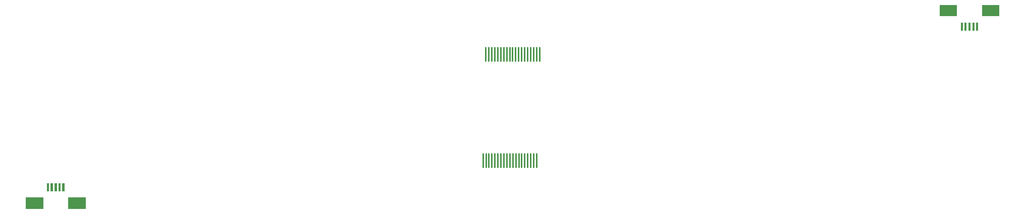
<source format=gtp>
G04 Layer: TopPasteMaskLayer*
G04 EasyEDA v6.4.7, 2020-11-20T21:23:31--3:00*
G04 eeb6c147a42f4a1294c753b82ad487c9,09237c92188f4bc9b643e288e8680b3c,10*
G04 Gerber Generator version 0.2*
G04 Scale: 100 percent, Rotated: No, Reflected: No *
G04 Dimensions in millimeters *
G04 leading zeros omitted , absolute positions ,3 integer and 3 decimal *
%FSLAX33Y33*%
%MOMM*%
G90*
D02*

%ADD13C,0.280010*%
%ADD15R,2.999994X1.899996*%
%ADD16R,0.399999X1.350010*%

%LPD*%
G54D13*
G01X109042Y10134D02*
G01X109042Y7814D01*
G01X109542Y10134D02*
G01X109542Y7814D01*
G01X110042Y10134D02*
G01X110042Y7814D01*
G01X110543Y10134D02*
G01X110543Y7814D01*
G01X111041Y10134D02*
G01X111041Y7814D01*
G01X111541Y10134D02*
G01X111541Y7814D01*
G01X112041Y10134D02*
G01X112041Y7814D01*
G01X112542Y10134D02*
G01X112542Y7814D01*
G01X113042Y10134D02*
G01X113042Y7814D01*
G01X113543Y10134D02*
G01X113543Y7814D01*
G01X108541Y10134D02*
G01X108541Y7814D01*
G01X108041Y10134D02*
G01X108041Y7814D01*
G01X107543Y10134D02*
G01X107543Y7814D01*
G01X107043Y10134D02*
G01X107043Y7814D01*
G01X106542Y10134D02*
G01X106542Y7814D01*
G01X106042Y10134D02*
G01X106042Y7814D01*
G01X105542Y10134D02*
G01X105542Y7814D01*
G01X105041Y10134D02*
G01X105041Y7814D01*
G01X104541Y10134D02*
G01X104541Y7814D01*
G01X109524Y25679D02*
G01X109524Y27999D01*
G01X109024Y25679D02*
G01X109024Y27999D01*
G01X108524Y25679D02*
G01X108524Y27999D01*
G01X108023Y25679D02*
G01X108023Y27999D01*
G01X107525Y25679D02*
G01X107525Y27999D01*
G01X107025Y25679D02*
G01X107025Y27999D01*
G01X106525Y25679D02*
G01X106525Y27999D01*
G01X106024Y25679D02*
G01X106024Y27999D01*
G01X105524Y25679D02*
G01X105524Y27999D01*
G01X105023Y25679D02*
G01X105023Y27999D01*
G01X110025Y25679D02*
G01X110025Y27999D01*
G01X110525Y25679D02*
G01X110525Y27999D01*
G01X111023Y25679D02*
G01X111023Y27999D01*
G01X111523Y25679D02*
G01X111523Y27999D01*
G01X112024Y25679D02*
G01X112024Y27999D01*
G01X112524Y25679D02*
G01X112524Y27999D01*
G01X113024Y25679D02*
G01X113024Y27999D01*
G01X113525Y25679D02*
G01X113525Y27999D01*
G01X114025Y25679D02*
G01X114025Y27999D01*
G54D15*
G01X189738Y34163D03*
G01X182626Y34163D03*
G54D16*
G01X186182Y31492D03*
G01X185532Y31492D03*
G01X184882Y31492D03*
G01X186831Y31492D03*
G01X187481Y31492D03*
G36*
G01X27837Y2727D02*
G01X30836Y2727D01*
G01X30836Y827D01*
G01X27837Y827D01*
G01X27837Y2727D01*
G37*
G36*
G01X34949Y2727D02*
G01X37948Y2727D01*
G01X37948Y827D01*
G01X34949Y827D01*
G01X34949Y2727D01*
G37*
G36*
G01X32693Y5123D02*
G01X33092Y5123D01*
G01X33092Y3772D01*
G01X32693Y3772D01*
G01X32693Y5123D01*
G37*
G36*
G01X33343Y5123D02*
G01X33743Y5123D01*
G01X33743Y3772D01*
G01X33343Y3772D01*
G01X33343Y5123D01*
G37*
G36*
G01X33992Y5123D02*
G01X34392Y5123D01*
G01X34392Y3772D01*
G01X33992Y3772D01*
G01X33992Y5123D01*
G37*
G36*
G01X32042Y5123D02*
G01X32442Y5123D01*
G01X32442Y3772D01*
G01X32042Y3772D01*
G01X32042Y5123D01*
G37*
G36*
G01X31393Y5123D02*
G01X31793Y5123D01*
G01X31793Y3772D01*
G01X31393Y3772D01*
G01X31393Y5123D01*
G37*
M00*
M02*

</source>
